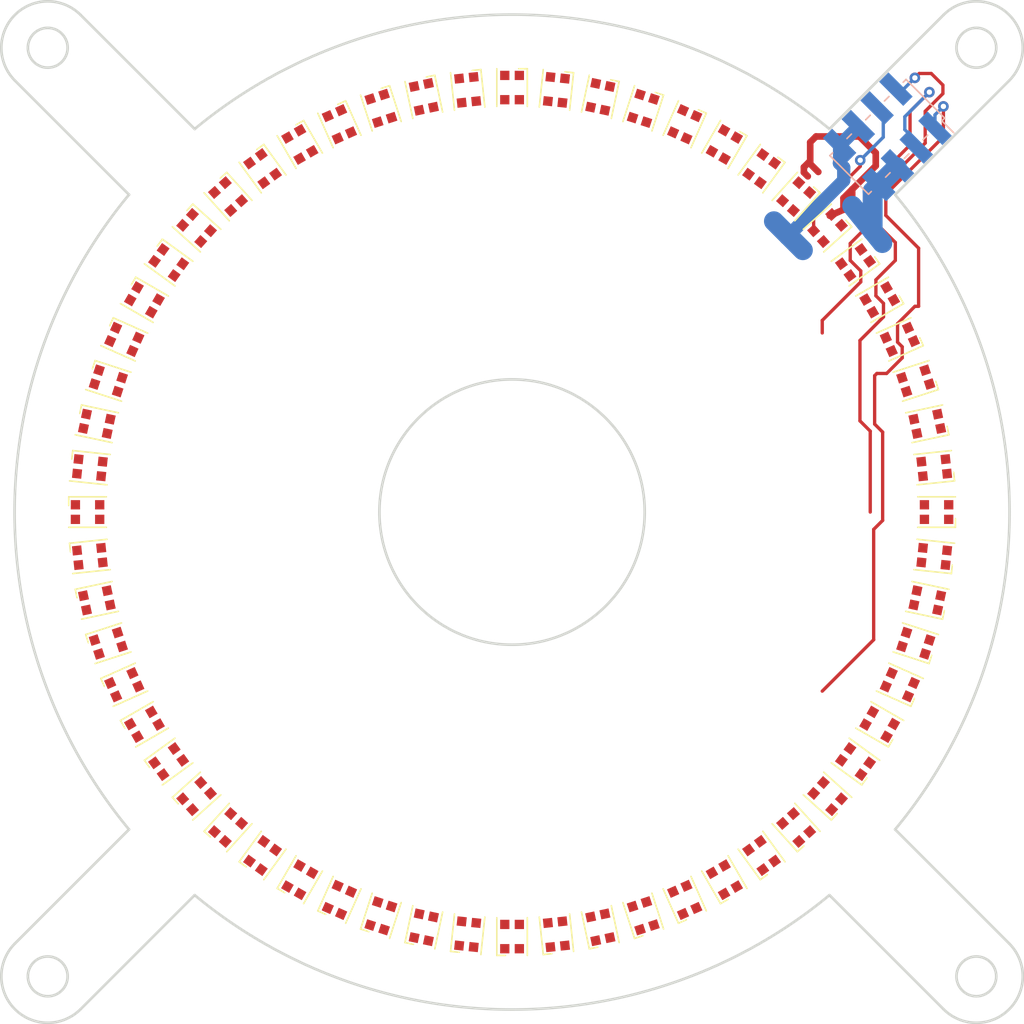
<source format=kicad_pcb>
(kicad_pcb (version 20211014) (generator pcbnew)
  (title_block (title "Knobby Coil PCB 8 Layer") (date "2023-02-03") (rev "2.0"))
  (layers (0 "F.Cu" signal) (31 "B.Cu" signal) (34 "B.Paste" user) (35 "F.Paste" user) (36 "B.SilkS" user "B.Silkscreen") (37 "F.SilkS" user "F.Silkscreen") (38 "B.Mask" user) (39 "F.Mask" user) (44 "Edge.Cuts" user))
  (net 0 "")
  (net 1 "coils")
  (net 2 "GND")
  (net 3 "V+")
  (net 4 "LED_IO_58")
  (footprint "LED_SMD:LED_WS2812B-2020_PLCC4_2.0x2.0mm" (layer "F.Cu") (at 180.433809 90.111456 -162)
    (fp_text reference "REF**33" hide)
    (fp_text value "LED_WS2812B-2020_PLCC4_2.0x2.0mm" hide)
  )
  (footprint "LED_SMD:LED_WS2812B-2020_PLCC4_2.0x2.0mm" (layer "F.Cu") (at 171.412179 123.780634 132)
    (fp_text reference "REF**22" hide)
    (fp_text value "LED_WS2812B-2020_PLCC4_2.0x2.0mm" hide)
  )
  (footprint "LED_SMD:LED_WS2812B-2020_PLCC4_2.0x2.0mm" (layer "F.Cu") (at 182 100 180)
    (fp_text reference "REF**30" hide)
    (fp_text value "LED_WS2812B-2020_PLCC4_2.0x2.0mm" hide)
  )
  (footprint "LED_SMD:LED_WS2812B-2020_PLCC4_2.0x2.0mm" (layer "F.Cu") (at 143.346826 68.699277 -78)
    (fp_text reference "REF**47" hide)
    (fp_text value "LED_WS2812B-2020_PLCC4_2.0x2.0mm" hide)
  )
  (footprint "LED_SMD:LED_WS2812B-2020_PLCC4_2.0x2.0mm" (layer "F.Cu") (at 118.175299 96.655089 -6)
    (fp_text reference "REF**59" hide)
    (fp_text value "LED_WS2812B-2020_PLCC4_2.0x2.0mm" hide)
  )
  (footprint "LED_SMD:LED_WS2812B-2020_PLCC4_2.0x2.0mm" (layer "F.Cu") (at 163.015573 70.766545 -114)
    (fp_text reference "REF**41" hide)
    (fp_text value "LED_WS2812B-2020_PLCC4_2.0x2.0mm" hide)
  )
  (footprint "LED_SMD:LED_WS2812B-2020_PLCC4_2.0x2.0mm" (layer "F.Cu") (at 168.809128 125.888544 126)
    (fp_text reference "REF**21" hide)
    (fp_text value "LED_WS2812B-2020_PLCC4_2.0x2.0mm" hide)
  )
  (footprint "LED_SMD:LED_WS2812B-2020_PLCC4_2.0x2.0mm" (layer "F.Cu") (at 150 132 90)
    (fp_text reference "REF**15" hide)
    (fp_text value "LED_WS2812B-2020_PLCC4_2.0x2.0mm" hide)
  )
  (footprint "LED_SMD:LED_WS2812B-2020_PLCC4_2.0x2.0mm" (layer "F.Cu") (at 120.766545 113.015573 24)
    (fp_text reference "REF**4" hide)
    (fp_text value "LED_WS2812B-2020_PLCC4_2.0x2.0mm" hide)
  )
  (footprint "LED_SMD:LED_WS2812B-2020_PLCC4_2.0x2.0mm" (layer "F.Cu") (at 163.015573 129.233455 114)
    (fp_text reference "REF**19" hide)
    (fp_text value "LED_WS2812B-2020_PLCC4_2.0x2.0mm" hide)
  )
  (footprint "LED_SMD:LED_WS2812B-2020_PLCC4_2.0x2.0mm" (layer "F.Cu") (at 181.824701 96.655089 -174)
    (fp_text reference "REF**31" hide)
    (fp_text value "LED_WS2812B-2020_PLCC4_2.0x2.0mm" hide)
  )
  (footprint "LED_SMD:LED_WS2812B-2020_PLCC4_2.0x2.0mm" (layer "F.Cu") (at 150 68 -90)
    (fp_text reference "REF**45" hide)
    (fp_text value "LED_WS2812B-2020_PLCC4_2.0x2.0mm" hide)
  )
  (footprint "LED_SMD:LED_WS2812B-2020_PLCC4_2.0x2.0mm" (layer "F.Cu") (at 126.219366 121.412179 42)
    (fp_text reference "REF**7" hide)
    (fp_text value "LED_WS2812B-2020_PLCC4_2.0x2.0mm" hide)
  )
  (footprint "LED_SMD:LED_WS2812B-2020_PLCC4_2.0x2.0mm" (layer "F.Cu") (at 143.346826 131.300723 78)
    (fp_text reference "REF**13" hide)
    (fp_text value "LED_WS2812B-2020_PLCC4_2.0x2.0mm" hide)
  )
  (footprint "LED_SMD:LED_WS2812B-2020_PLCC4_2.0x2.0mm" (layer "F.Cu") (at 181.300723 106.653174 168)
    (fp_text reference "REF**28" hide)
    (fp_text value "LED_WS2812B-2020_PLCC4_2.0x2.0mm" hide)
  )
  (footprint "LED_SMD:LED_WS2812B-2020_PLCC4_2.0x2.0mm" (layer "F.Cu") (at 118.699277 106.653174 12)
    (fp_text reference "REF**2" hide)
    (fp_text value "LED_WS2812B-2020_PLCC4_2.0x2.0mm" hide)
  )
  (footprint "LED_SMD:LED_WS2812B-2020_PLCC4_2.0x2.0mm" (layer "F.Cu") (at 181.824701 103.344911 174)
    (fp_text reference "REF**29" hide)
    (fp_text value "LED_WS2812B-2020_PLCC4_2.0x2.0mm" hide)
  )
  (footprint "LED_SMD:LED_WS2812B-2020_PLCC4_2.0x2.0mm" (layer "F.Cu") (at 134 127.712813 60)
    (fp_text reference "REF**10" hide)
    (fp_text value "LED_WS2812B-2020_PLCC4_2.0x2.0mm" hide)
  )
  (footprint "LED_SMD:LED_WS2812B-2020_PLCC4_2.0x2.0mm" (layer "F.Cu") (at 122.287187 116 30)
    (fp_text reference "REF**5" hide)
    (fp_text value "LED_WS2812B-2020_PLCC4_2.0x2.0mm" hide)
  )
  (footprint "LED_SMD:LED_WS2812B-2020_PLCC4_2.0x2.0mm" (layer "F.Cu") (at 153.344911 68.175299 -96)
    (fp_text reference "REF**44" hide)
    (fp_text value "LED_WS2812B-2020_PLCC4_2.0x2.0mm" hide)
  )
  (footprint "LED_SMD:LED_WS2812B-2020_PLCC4_2.0x2.0mm" (layer "F.Cu") (at 153.344911 131.824701 96)
    (fp_text reference "REF**16" hide)
    (fp_text value "LED_WS2812B-2020_PLCC4_2.0x2.0mm" hide)
  )
  (footprint "LED_SMD:LED_WS2812B-2020_PLCC4_2.0x2.0mm" (layer "F.Cu") (at 128.587821 123.780634 48)
    (fp_text reference "REF**8" hide)
    (fp_text value "LED_WS2812B-2020_PLCC4_2.0x2.0mm" hide)
  )
  (footprint "LED_SMD:LED_WS2812B-2020_PLCC4_2.0x2.0mm" (layer "F.Cu") (at 146.655089 131.824701 84)
    (fp_text reference "REF**14" hide)
    (fp_text value "LED_WS2812B-2020_PLCC4_2.0x2.0mm" hide)
  )
  (footprint "LED_SMD:LED_WS2812B-2020_PLCC4_2.0x2.0mm" (layer "F.Cu") (at 140.111456 130.433809 72)
    (fp_text reference "REF**12" hide)
    (fp_text value "LED_WS2812B-2020_PLCC4_2.0x2.0mm" hide)
  )
  (footprint "LED_SMD:LED_WS2812B-2020_PLCC4_2.0x2.0mm" (layer "F.Cu") (at 119.566191 90.111456 -18)
    (fp_text reference "REF**57" hide)
    (fp_text value "LED_WS2812B-2020_PLCC4_2.0x2.0mm" hide)
  )
  (footprint "LED_SMD:LED_WS2812B-2020_PLCC4_2.0x2.0mm" (layer "F.Cu") (at 136.984427 129.233455 66)
    (fp_text reference "REF**11" hide)
    (fp_text value "LED_WS2812B-2020_PLCC4_2.0x2.0mm" hide)
  )
  (footprint "LED_SMD:LED_WS2812B-2020_PLCC4_2.0x2.0mm" (layer "F.Cu") (at 124.111456 81.190872 -36)
    (fp_text reference "REF**54" hide)
    (fp_text value "LED_WS2812B-2020_PLCC4_2.0x2.0mm" hide)
  )
  (footprint "LED_SMD:LED_WS2812B-2020_PLCC4_2.0x2.0mm" (layer "F.Cu") (at 140.111456 69.566191 -72)
    (fp_text reference "REF**48" hide)
    (fp_text value "LED_WS2812B-2020_PLCC4_2.0x2.0mm" hide)
  )
  (footprint "LED_SMD:LED_WS2812B-2020_PLCC4_2.0x2.0mm" (layer "F.Cu") (at 126.219366 78.587821 -42)
    (fp_text reference "REF**53" hide)
    (fp_text value "LED_WS2812B-2020_PLCC4_2.0x2.0mm" hide)
  )
  (footprint "LED_SMD:LED_WS2812B-2020_PLCC4_2.0x2.0mm" (layer "F.Cu") (at 179.233455 86.984427 -156)
    (fp_text reference "REF**34" hide)
    (fp_text value "LED_WS2812B-2020_PLCC4_2.0x2.0mm" hide)
  )
  (footprint "LED_SMD:LED_WS2812B-2020_PLCC4_2.0x2.0mm" (layer "F.Cu") (at 136.984427 70.766545 -66)
    (fp_text reference "REF**49" hide)
    (fp_text value "LED_WS2812B-2020_PLCC4_2.0x2.0mm" hide)
  )
  (footprint "LED_SMD:LED_WS2812B-2020_PLCC4_2.0x2.0mm" (layer "F.Cu") (at 179.233455 113.015573 156)
    (fp_text reference "REF**26" hide)
    (fp_text value "LED_WS2812B-2020_PLCC4_2.0x2.0mm" hide)
  )
  (footprint "LED_SMD:LED_WS2812B-2020_PLCC4_2.0x2.0mm" (layer "F.Cu") (at 134 72.287187 -60)
    (fp_text reference "REF**50" hide)
    (fp_text value "LED_WS2812B-2020_PLCC4_2.0x2.0mm" hide)
  )
  (footprint "LED_SMD:LED_WS2812B-2020_PLCC4_2.0x2.0mm" (layer "F.Cu") (at 173.780634 78.587821 -138)
    (fp_text reference "REF**37" hide)
    (fp_text value "LED_WS2812B-2020_PLCC4_2.0x2.0mm" hide)
  )
  (footprint "LED_SMD:LED_WS2812B-2020_PLCC4_2.0x2.0mm" (layer "F.Cu") (at 168.809128 74.111456 -126)
    (fp_text reference "REF**39" hide)
    (fp_text value "LED_WS2812B-2020_PLCC4_2.0x2.0mm" hide)
  )
  (footprint "LED_SMD:LED_WS2812B-2020_PLCC4_2.0x2.0mm" (layer "F.Cu") (at 177.712813 84 -150)
    (fp_text reference "REF**35" hide)
    (fp_text value "LED_WS2812B-2020_PLCC4_2.0x2.0mm" hide)
  )
  (footprint "LED_SMD:LED_WS2812B-2020_PLCC4_2.0x2.0mm" (layer "F.Cu") (at 177.712813 116 150)
    (fp_text reference "REF**25" hide)
    (fp_text value "LED_WS2812B-2020_PLCC4_2.0x2.0mm" hide)
  )
  (footprint "LED_SMD:LED_WS2812B-2020_PLCC4_2.0x2.0mm" (layer "F.Cu") (at 146.655089 68.175299 -84)
    (fp_text reference "REF**46" hide)
    (fp_text value "LED_WS2812B-2020_PLCC4_2.0x2.0mm" hide)
  )
  (footprint "LED_SMD:LED_WS2812B-2020_PLCC4_2.0x2.0mm" (layer "F.Cu") (at 159.888544 130.433809 108)
    (fp_text reference "REF**18" hide)
    (fp_text value "LED_WS2812B-2020_PLCC4_2.0x2.0mm" hide)
  )
  (footprint "LED_SMD:LED_WS2812B-2020_PLCC4_2.0x2.0mm" (layer "F.Cu") (at 120.766545 86.984427 -24)
    (fp_text reference "REF**56" hide)
    (fp_text value "LED_WS2812B-2020_PLCC4_2.0x2.0mm" hide)
  )
  (footprint "LED_SMD:LED_WS2812B-2020_PLCC4_2.0x2.0mm" (layer "F.Cu") (at 171.412179 76.219366 -132)
    (fp_text reference "REF**38" hide)
    (fp_text value "LED_WS2812B-2020_PLCC4_2.0x2.0mm" hide)
  )
  (footprint "LED_SMD:LED_WS2812B-2020_PLCC4_2.0x2.0mm" (layer "F.Cu") (at 131.190872 74.111456 -54)
    (fp_text reference "REF**51" hide)
    (fp_text value "LED_WS2812B-2020_PLCC4_2.0x2.0mm" hide)
  )
  (footprint "LED_SMD:LED_WS2812B-2020_PLCC4_2.0x2.0mm" (layer "F.Cu") (at 156.653174 68.699277 -102)
    (fp_text reference "REF**43" hide)
    (fp_text value "LED_WS2812B-2020_PLCC4_2.0x2.0mm" hide)
  )
  (footprint "LED_SMD:LED_WS2812B-2020_PLCC4_2.0x2.0mm" (layer "F.Cu") (at 173.780634 121.412179 138)
    (fp_text reference "REF**23" hide)
    (fp_text value "LED_WS2812B-2020_PLCC4_2.0x2.0mm" hide)
  )
  (footprint "LED_SMD:LED_WS2812B-2020_PLCC4_2.0x2.0mm" (layer "F.Cu") (at 180.433809 109.888544 162)
    (fp_text reference "REF**27" hide)
    (fp_text value "LED_WS2812B-2020_PLCC4_2.0x2.0mm" hide)
  )
  (footprint "LED_SMD:LED_WS2812B-2020_PLCC4_2.0x2.0mm" (layer "F.Cu") (at 118.175299 103.344911 6)
    (fp_text reference "REF**1" hide)
    (fp_text value "LED_WS2812B-2020_PLCC4_2.0x2.0mm" hide)
  )
  (footprint "LED_SMD:LED_WS2812B-2020_PLCC4_2.0x2.0mm" (layer "F.Cu") (at 166 72.287187 -120)
    (fp_text reference "REF**40" hide)
    (fp_text value "LED_WS2812B-2020_PLCC4_2.0x2.0mm" hide)
  )
  (footprint "LED_SMD:LED_WS2812B-2020_PLCC4_2.0x2.0mm" (layer "F.Cu") (at 166 127.712813 120)
    (fp_text reference "REF**20" hide)
    (fp_text value "LED_WS2812B-2020_PLCC4_2.0x2.0mm" hide)
  )
  (footprint "LED_SMD:LED_WS2812B-2020_PLCC4_2.0x2.0mm" (layer "F.Cu") (at 118 100)
    (fp_text reference "REF**" hide)
    (fp_text value "LED_WS2812B-2020_PLCC4_2.0x2.0mm" hide)
  )
  (footprint "LED_SMD:LED_WS2812B-2020_PLCC4_2.0x2.0mm" (layer "F.Cu") (at 175.888544 81.190872 -144)
    (fp_text reference "REF**36" hide)
    (fp_text value "LED_WS2812B-2020_PLCC4_2.0x2.0mm" hide)
  )
  (footprint "LED_SMD:LED_WS2812B-2020_PLCC4_2.0x2.0mm" (layer "F.Cu") (at 128.587821 76.219366 -48)
    (fp_text reference "REF**52" hide)
    (fp_text value "LED_WS2812B-2020_PLCC4_2.0x2.0mm" hide)
  )
  (footprint "LED_SMD:LED_WS2812B-2020_PLCC4_2.0x2.0mm" (layer "F.Cu") (at 159.888544 69.566191 -108)
    (fp_text reference "REF**42" hide)
    (fp_text value "LED_WS2812B-2020_PLCC4_2.0x2.0mm" hide)
  )
  (footprint "LED_SMD:LED_WS2812B-2020_PLCC4_2.0x2.0mm" (layer "F.Cu") (at 119.566191 109.888544 18)
    (fp_text reference "REF**3" hide)
    (fp_text value "LED_WS2812B-2020_PLCC4_2.0x2.0mm" hide)
  )
  (footprint "LED_SMD:LED_WS2812B-2020_PLCC4_2.0x2.0mm" (layer "F.Cu") (at 122.287187 84 -30)
    (fp_text reference "REF**55" hide)
    (fp_text value "LED_WS2812B-2020_PLCC4_2.0x2.0mm" hide)
  )
  (footprint "LED_SMD:LED_WS2812B-2020_PLCC4_2.0x2.0mm" (layer "F.Cu") (at 124.111456 118.809128 36)
    (fp_text reference "REF**6" hide)
    (fp_text value "LED_WS2812B-2020_PLCC4_2.0x2.0mm" hide)
  )
  (footprint "LED_SMD:LED_WS2812B-2020_PLCC4_2.0x2.0mm" (layer "F.Cu") (at 118.699277 93.346826 -12)
    (fp_text reference "REF**58" hide)
    (fp_text value "LED_WS2812B-2020_PLCC4_2.0x2.0mm" hide)
  )
  (footprint "LED_SMD:LED_WS2812B-2020_PLCC4_2.0x2.0mm" (layer "F.Cu") (at 131.190872 125.888544 54)
    (fp_text reference "REF**9" hide)
    (fp_text value "LED_WS2812B-2020_PLCC4_2.0x2.0mm" hide)
  )
  (footprint "LED_SMD:LED_WS2812B-2020_PLCC4_2.0x2.0mm" (layer "F.Cu") (at 175.888544 118.809128 144)
    (fp_text reference "REF**24" hide)
    (fp_text value "LED_WS2812B-2020_PLCC4_2.0x2.0mm" hide)
  )
  (footprint "LED_SMD:LED_WS2812B-2020_PLCC4_2.0x2.0mm" (layer "F.Cu") (at 156.653174 131.300723 102)
    (fp_text reference "REF**17" hide)
    (fp_text value "LED_WS2812B-2020_PLCC4_2.0x2.0mm" hide)
  )
  (footprint "LED_SMD:LED_WS2812B-2020_PLCC4_2.0x2.0mm" (layer "F.Cu") (at 181.300723 93.346826 -168)
    (fp_text reference "REF**32" hide)
    (fp_text value "LED_WS2812B-2020_PLCC4_2.0x2.0mm" hide)
  )
  (footprint "Connector_PinHeader_2.00mm:PinHeader_2x04_P2.00mm_Vertical_SMD" (layer "B.Cu") (at 178.284 71.716 135)
    (fp_text reference "REF**" hide)
    (fp_text value "PinHeader_2x04_P2.00mm_Vertical_SMD" hide)
  )
  (gr_line (start 178.875631 76.074116) (end 187.474874 67.474874) (layer "Edge.Cuts") (width 0.2))
  (gr_line (start 187.474874 132.525126) (end 178.875631 123.925884) (layer "Edge.Cuts") (width 0.2))
  (gr_arc (start 173.925884 128.875631) (mid 150 137.5) (end 126.074116 128.875631) (layer "Edge.Cuts") (width 0.2))
  (gr_poly (pts (xy 160 100) (xy 159.998476 100.174524) (xy 159.993908 100.348994) (xy 159.986295 100.523359) (xy 159.97564 100.697564) (xy 159.961946 100.871557) (xy 159.945218 101.045284) (xy 159.925461 101.218693) (xy 159.90268 101.391731) (xy 159.876883 101.564344) (xy 159.848077 101.736481) (xy 159.816271 101.908089) (xy 159.781476 102.079116) (xy 159.7437 102.24951) (xy 159.702957 102.419218) (xy 159.659258 102.58819) (xy 159.612616 102.756373) (xy 159.563047 102.923717) (xy 159.510565 103.090169) (xy 159.455185 103.255681) (xy 159.396926 103.420201) (xy 159.335804 103.583679) (xy 159.271838 103.746065) (xy 159.205048 103.907311) (xy 159.135454 104.067366) (xy 159.063077 104.226182) (xy 158.98794 104.383711) (xy 158.910065 104.539904) (xy 158.829475 104.694715) (xy 158.746197 104.848096) (xy 158.660254 105) (xy 158.571673 105.15038) (xy 158.48048 105.299192) (xy 158.386705 105.44639) (xy 158.290375 105.591929) (xy 158.19152 105.735764) (xy 158.090169 105.877852) (xy 157.986355 106.01815) (xy 157.880107 106.156614) (xy 157.771459 106.293203) (xy 157.660444 106.427876) (xy 157.547095 106.56059) (xy 157.431448 106.691306) (xy 157.313537 106.819983) (xy 157.193398 106.946583) (xy 157.071067 107.071067) (xy 156.946583 107.193398) (xy 156.819983 107.313537) (xy 156.691306 107.431448) (xy 156.56059 107.547095) (xy 156.427876 107.660444) (xy 156.293203 107.771459) (xy 156.156614 107.880107) (xy 156.01815 107.986355) (xy 155.877852 108.090169) (xy 155.735764 108.19152) (xy 155.591929 108.290375) (xy 155.44639 108.386705) (xy 155.299192 108.48048) (xy 155.15038 108.571673) (xy 155 108.660254) (xy 154.848096 108.746197) (xy 154.694715 108.829475) (xy 154.539904 108.910065) (xy 154.383711 108.98794) (xy 154.226182 109.063077) (xy 154.067366 109.135454) (xy 153.907311 109.205048) (xy 153.746065 109.271838) (xy 153.583679 109.335804) (xy 153.420201 109.396926) (xy 153.255681 109.455185) (xy 153.090169 109.510565) (xy 152.923717 109.563047) (xy 152.756373 109.612616) (xy 152.58819 109.659258) (xy 152.419218 109.702957) (xy 152.24951 109.7437) (xy 152.079116 109.781476) (xy 151.908089 109.816271) (xy 151.736481 109.848077) (xy 151.564344 109.876883) (xy 151.391731 109.90268) (xy 151.218693 109.925461) (xy 151.045284 109.945218) (xy 150.871557 109.961946) (xy 150.697564 109.97564) (xy 150.523359 109.986295) (xy 150.348994 109.993908) (xy 150.174524 109.998476) (xy 150 110) (xy 149.825475 109.998476) (xy 149.651005 109.993908) (xy 149.47664 109.986295) (xy 149.302435 109.97564) (xy 149.128442 109.961946) (xy 148.954715 109.945218) (xy 148.781306 109.925461) (xy 148.608268 109.90268) (xy 148.435655 109.876883) (xy 148.263518 109.848077) (xy 148.09191 109.816271) (xy 147.920883 109.781476) (xy 147.750489 109.7437) (xy 147.580781 109.702957) (xy 147.411809 109.659258) (xy 147.243626 109.612616) (xy 147.076282 109.563047) (xy 146.90983 109.510565) (xy 146.744318 109.455185) (xy 146.579798 109.396926) (xy 146.41632 109.335804) (xy 146.253934 109.271838) (xy 146.092688 109.205048) (xy 145.932633 109.135454) (xy 145.773817 109.063077) (xy 145.616288 108.98794) (xy 145.460095 108.910065) (xy 145.305284 108.829475) (xy 145.151903 108.746197) (xy 145 108.660254) (xy 144.849619 108.571673) (xy 144.700807 108.48048) (xy 144.553609 108.386705) (xy 144.40807 108.290375) (xy 144.264235 108.19152) (xy 144.122147 108.090169) (xy 143.981849 107.986355) (xy 143.843385 107.880107) (xy 143.706796 107.771459) (xy 143.572123 107.660444) (xy 143.439409 107.547095) (xy 143.308693 107.431448) (xy 143.180016 107.313537) (xy 143.053416 107.193398) (xy 142.928932 107.071067) (xy 142.806601 106.946583) (xy 142.686462 106.819983) (xy 142.568551 106.691306) (xy 142.452904 106.56059) (xy 142.339555 106.427876) (xy 142.22854 106.293203) (xy 142.119892 106.156614) (xy 142.013644 106.01815) (xy 141.90983 105.877852) (xy 141.808479 105.735764) (xy 141.709624 105.591929) (xy 141.613294 105.44639) (xy 141.519519 105.299192) (xy 141.428326 105.15038) (xy 141.339745 105) (xy 141.253802 104.848096) (xy 141.170524 104.694715) (xy 141.089934 104.539904) (xy 141.012059 104.383711) (xy 140.936922 104.226182) (xy 140.864545 104.067366) (xy 140.794951 103.907311) (xy 140.728161 103.746065) (xy 140.664195 103.583679) (xy 140.603073 103.420201) (xy 140.544814 103.255681) (xy 140.489434 103.090169) (xy 140.436952 102.923717) (xy 140.387383 102.756373) (xy 140.340741 102.58819) (xy 140.297042 102.419218) (xy 140.256299 102.24951) (xy 140.218523 102.079116) (xy 140.183728 101.908089) (xy 140.151922 101.736481) (xy 140.123116 101.564344) (xy 140.097319 101.391731) (xy 140.074538 101.218693) (xy 140.054781 101.045284) (xy 140.038053 100.871557) (xy 140.024359 100.697564) (xy 140.013704 100.523359) (xy 140.006091 100.348994) (xy 140.001523 100.174524) (xy 140 100) (xy 140.001523 99.825475) (xy 140.006091 99.651005) (xy 140.013704 99.47664) (xy 140.024359 99.302435) (xy 140.038053 99.128442) (xy 140.054781 98.954715) (xy 140.074538 98.781306) (xy 140.097319 98.608268) (xy 140.123116 98.435655) (xy 140.151922 98.263518) (xy 140.183728 98.09191) (xy 140.218523 97.920883) (xy 140.256299 97.750489) (xy 140.297042 97.580781) (xy 140.340741 97.411809) (xy 140.387383 97.243626) (xy 140.436952 97.076282) (xy 140.489434 96.90983) (xy 140.544814 96.744318) (xy 140.603073 96.579798) (xy 140.664195 96.41632) (xy 140.728161 96.253934) (xy 140.794951 96.092688) (xy 140.864545 95.932633) (xy 140.936922 95.773817) (xy 141.012059 95.616288) (xy 141.089934 95.460095) (xy 141.170524 95.305284) (xy 141.253802 95.151903) (xy 141.339745 95) (xy 141.428326 94.849619) (xy 141.519519 94.700807) (xy 141.613294 94.553609) (xy 141.709624 94.40807) (xy 141.808479 94.264235) (xy 141.90983 94.122147) (xy 142.013644 93.981849) (xy 142.119892 93.843385) (xy 142.22854 93.706796) (xy 142.339555 93.572123) (xy 142.452904 93.439409) (xy 142.568551 93.308693) (xy 142.686462 93.180016) (xy 142.806601 93.053416) (xy 142.928932 92.928932) (xy 143.053416 92.806601) (xy 143.180016 92.686462) (xy 143.308693 92.568551) (xy 143.439409 92.452904) (xy 143.572123 92.339555) (xy 143.706796 92.22854) (xy 143.843385 92.119892) (xy 143.981849 92.013644) (xy 144.122147 91.90983) (xy 144.264235 91.808479) (xy 144.40807 91.709624) (xy 144.553609 91.613294) (xy 144.700807 91.519519) (xy 144.849619 91.428326) (xy 145 91.339745) (xy 145.151903 91.253802) (xy 145.305284 91.170524) (xy 145.460095 91.089934) (xy 145.616288 91.012059) (xy 145.773817 90.936922) (xy 145.932633 90.864545) (xy 146.092688 90.794951) (xy 146.253934 90.728161) (xy 146.41632 90.664195) (xy 146.579798 90.603073) (xy 146.744318 90.544814) (xy 146.90983 90.489434) (xy 147.076282 90.436952) (xy 147.243626 90.387383) (xy 147.411809 90.340741) (xy 147.580781 90.297042) (xy 147.750489 90.256299) (xy 147.920883 90.218523) (xy 148.09191 90.183728) (xy 148.263518 90.151922) (xy 148.435655 90.123116) (xy 148.608268 90.097319) (xy 148.781306 90.074538) (xy 148.954715 90.054781) (xy 149.128442 90.038053) (xy 149.302435 90.024359) (xy 149.47664 90.013704) (xy 149.651005 90.006091) (xy 149.825475 90.001523) (xy 150 90) (xy 150.174524 90.001523) (xy 150.348994 90.006091) (xy 150.523359 90.013704) (xy 150.697564 90.024359) (xy 150.871557 90.038053) (xy 151.045284 90.054781) (xy 151.218693 90.074538) (xy 151.391731 90.097319) (xy 151.564344 90.123116) (xy 151.736481 90.151922) (xy 151.908089 90.183728) (xy 152.079116 90.218523) (xy 152.24951 90.256299) (xy 152.419218 90.297042) (xy 152.58819 90.340741) (xy 152.756373 90.387383) (xy 152.923717 90.436952) (xy 153.090169 90.489434) (xy 153.255681 90.544814) (xy 153.420201 90.603073) (xy 153.583679 90.664195) (xy 153.746065 90.728161) (xy 153.907311 90.794951) (xy 154.067366 90.864545) (xy 154.226182 90.936922) (xy 154.383711 91.012059) (xy 154.539904 91.089934) (xy 154.694715 91.170524) (xy 154.848096 91.253802) (xy 155 91.339745) (xy 155.15038 91.428326) (xy 155.299192 91.519519) (xy 155.44639 91.613294) (xy 155.591929 91.709624) (xy 155.735764 91.808479) (xy 155.877852 91.90983) (xy 156.01815 92.013644) (xy 156.156614 92.119892) (xy 156.293203 92.22854) (xy 156.427876 92.339555) (xy 156.56059 92.452904) (xy 156.691306 92.568551) (xy 156.819983 92.686462) (xy 156.946583 92.806601) (xy 157.071067 92.928932) (xy 157.193398 93.053416) (xy 157.313537 93.180016) (xy 157.431448 93.308693) (xy 157.547095 93.439409) (xy 157.660444 93.572123) (xy 157.771459 93.706796) (xy 157.880107 93.843385) (xy 157.986355 93.981849) (xy 158.090169 94.122147) (xy 158.19152 94.264235) (xy 158.290375 94.40807) (xy 158.386705 94.553609) (xy 158.48048 94.700807) (xy 158.571673 94.849619) (xy 158.660254 95) (xy 158.746197 95.151903) (xy 158.829475 95.305284) (xy 158.910065 95.460095) (xy 158.98794 95.616288) (xy 159.063077 95.773817) (xy 159.135454 95.932633) (xy 159.205048 96.092688) (xy 159.271838 96.253934) (xy 159.335804 96.41632) (xy 159.396926 96.579798) (xy 159.455185 96.744318) (xy 159.510565 96.90983) (xy 159.563047 97.076282) (xy 159.612616 97.243626) (xy 159.659258 97.411809) (xy 159.702957 97.580781) (xy 159.7437 97.750489) (xy 159.781476 97.920883) (xy 159.816271 98.09191) (xy 159.848077 98.263518) (xy 159.876883 98.435655) (xy 159.90268 98.608268) (xy 159.925461 98.781306) (xy 159.945218 98.954715) (xy 159.961946 99.128442) (xy 159.97564 99.302435) (xy 159.986295 99.47664) (xy 159.993908 99.651005) (xy 159.998476 99.825475) (xy 160 100)) (layer "Edge.Cuts") (width 0.1) (fill none))
  (gr_circle (center 115 65) (end 116.5 65) (layer "Edge.Cuts") (width 0.2) (fill none))
  (gr_circle (center 115 135) (end 116.5 135) (layer "Edge.Cuts") (width 0.2) (fill none))
  (gr_arc (start 182.525126 62.525126) (mid 187.474874 62.525126) (end 187.474874 67.474874) (layer "Edge.Cuts") (width 0.2))
  (gr_arc (start 178.875631 76.074116) (mid 187.5 100) (end 178.875631 123.925884) (layer "Edge.Cuts") (width 0.2))
  (gr_arc (start 187.474874 132.525126) (mid 187.474874 137.474874) (end 182.525126 137.474874) (layer "Edge.Cuts") (width 0.2))
  (gr_line (start 182.525126 62.525126) (end 173.925884 71.124369) (layer "Edge.Cuts") (width 0.2))
  (gr_line (start 117.474874 137.474874) (end 126.074116 128.875631) (layer "Edge.Cuts") (width 0.2))
  (gr_arc (start 112.525126 67.474874) (mid 112.525126 62.525126) (end 117.474874 62.525126) (layer "Edge.Cuts") (width 0.2))
  (gr_arc (start 126.074116 71.124369) (mid 150 62.5) (end 173.925884 71.124369) (layer "Edge.Cuts") (width 0.2))
  (gr_arc (start 117.474874 137.474874) (mid 112.525126 137.474874) (end 112.525126 132.525126) (layer "Edge.Cuts") (width 0.2))
  (gr_line (start 121.124369 123.925884) (end 112.525126 132.525126) (layer "Edge.Cuts") (width 0.2))
  (gr_arc (start 121.124369 123.925884) (mid 112.5 100) (end 121.124369 76.074116) (layer "Edge.Cuts") (width 0.2))
  (gr_circle (center 185 135) (end 186.5 135) (layer "Edge.Cuts") (width 0.2) (fill none))
  (gr_line (start 173.925884 128.875631) (end 182.525126 137.474874) (layer "Edge.Cuts") (width 0.2))
  (gr_line (start 126.074116 71.124369) (end 117.474874 62.525126) (layer "Edge.Cuts") (width 0.2))
  (gr_circle (center 150 100) (end 160 100) (layer "Edge.Cuts") (width 0.2) (fill none))
  (gr_line (start 112.525126 67.474874) (end 121.124369 76.074116) (layer "Edge.Cuts") (width 0.2))
  (gr_circle (center 185 65) (end 186.5 65) (layer "Edge.Cuts") (width 0.2) (fill none))
  (segment (start 177.998509 85.290586) (end 176.224591 87.064504) (width 0.25) (layer "F.Cu") (net 1))
  (segment (start 180.364122 84.492233) (end 179.058545 85.79781) (width 0.25) (layer "F.Cu") (net 1))
  (segment (start 180.64518 84.492233) (end 180.364122 84.492233) (width 0.25) (layer "F.Cu") (net 1))
  (segment (start 177.258131 109.624554) (end 173.382685 113.5) (width 0.25) (layer "F.Cu") (net 1))
  (segment (start 179.397888 73.929388) (end 177.517454 75.809822) (width 0.25) (layer "F.Cu") (net 1))
  (segment (start 180 69.80457) (end 180 72.331085) (width 0.25) (layer "F.Cu") (net 1))
  (segment (start 176.285456 81.820795) (end 176.285456 82.651967) (width 0.25) (layer "F.Cu") (net 1))
  (segment (start 177.517454 75.809822) (end 177.517454 77.543194) (width 0.25) (layer "F.Cu") (net 1))
  (segment (start 181.143275 69.788456) (end 182.478171 68.45356) (width 0.25) (layer "F.Cu") (net 1))
  (segment (start 179.058545 85.79781) (end 179.058545 87.190943) (width 0.25) (layer "F.Cu") (net 1))
  (segment (start 177.934854 93.971411) (end 177.934854 100.63121) (width 0.25) (layer "F.Cu") (net 1))
  (segment (start 178.892197 81.029773) (end 177.427117 82.494853) (width 0.25) (layer "F.Cu") (net 1))
  (segment (start 176.224591 87.064504) (end 176.224591 93.125715) (width 0.25) (layer "F.Cu") (net 1))
  (segment (start 182.515088 71.70876) (end 178.174627 76.049221) (width 0.25) (layer "F.Cu") (net 1))
  (segment (start 177.497217 89.552882) (end 177.331167 89.718932) (width 0.25) (layer "F.Cu") (net 1))
  (segment (start 175.491632 79.75214) (end 175.491632 81.026971) (width 0.25) (layer "F.Cu") (net 1))
  (segment (start 178.174627 77.63844) (end 180.64518 80.108993) (width 0.25) (layer "F.Cu") (net 1))
  (segment (start 177.331167 89.718932) (end 177.331167 93.367723) (width 0.25) (layer "F.Cu") (net 1))
  (segment (start 177.934854 100.63121) (end 177.258131 101.307934) (width 0.25) (layer "F.Cu") (net 1))
  (segment (start 178.892197 79.677214) (end 178.892197 81.029773) (width 0.25) (layer "F.Cu") (net 1))
  (segment (start 178.505757 74.821519) (end 179.397888 73.929388) (width 0.25) (layer "F.Cu") (net 1))
  (segment (start 178.174627 76.049221) (end 178.174627 77.63844) (width 0.25) (layer "F.Cu") (net 1))
  (segment (start 181.459125 68.345445) (end 180 69.80457) (width 0.25) (layer "F.Cu") (net 1))
  (segment (start 177.427117 82.494853) (end 177.427117 83.697065) (width 0.25) (layer "F.Cu") (net 1))
  (segment (start 182.515088 69.421331) (end 182.515088 71.70876) (width 0.25) (layer "F.Cu") (net 1))
  (segment (start 176.903602 78.34017) (end 175.491632 79.75214) (width 0.25) (layer "F.Cu") (net 1))
  (segment (start 176.285456 82.651967) (end 173.382685 85.554738) (width 0.25) (layer "F.Cu") (net 1))
  (segment (start 177.517454 78.302471) (end 178.892197 79.677214) (width 0.25) (layer "F.Cu") (net 1))
  (segment (start 173.382685 85.554738) (end 173.382685 86.5) (width 0.25) (layer "F.Cu") (net 1))
  (segment (start 177.331167 93.367723) (end 177.934854 93.971411) (width 0.25) (layer "F.Cu") (net 1))
  (segment (start 180.693524 66.93935) (end 180.363315 67.269559) (width 0.25) (layer "F.Cu") (net 1))
  (segment (start 177.427117 83.697065) (end 177.998509 84.268457) (width 0.25) (layer "F.Cu") (net 1))
  (segment (start 179.058545 87.190943) (end 179.409903 87.542301) (width 0.25) (layer "F.Cu") (net 1))
  (segment (start 176.224591 93.125715) (end 177 93.901124) (width 0.25) (layer "F.Cu") (net 1))
  (segment (start 175.491632 81.026971) (end 176.285456 81.820795) (width 0.25) (layer "F.Cu") (net 1))
  (segment (start 177 93.901124) (end 177 100) (width 0.25) (layer "F.Cu") (net 1))
  (segment (start 178.234399 89.552882) (end 177.497217 89.552882) (width 0.25) (layer "F.Cu") (net 1))
  (segment (start 182.478171 67.815998) (end 181.601523 66.93935) (width 0.25) (layer "F.Cu") (net 1))
  (segment (start 180.64518 80.108993) (end 180.64518 84.492233) (width 0.25) (layer "F.Cu") (net 1))
  (segment (start 176.903602 75.427483) (end 176.903602 78.34017) (width 0.25) (layer "F.Cu") (net 1))
  (segment (start 181.143275 72.184001) (end 181.143275 69.788456) (width 0.25) (layer "F.Cu") (net 1))
  (segment (start 177.258131 101.307934) (end 177.258131 109.624554) (width 0.25) (layer "F.Cu") (net 1))
  (segment (start 179.409903 87.542301) (end 179.409903 88.377378) (width 0.25) (layer "F.Cu") (net 1))
  (segment (start 179.397888 73.929388) (end 181.143275 72.184001) (width 0.25) (layer "F.Cu") (net 1))
  (segment (start 181.601523 66.93935) (end 180.693524 66.93935) (width 0.25) (layer "F.Cu") (net 1))
  (segment (start 179.409903 88.377378) (end 178.234399 89.552882) (width 0.25) (layer "F.Cu") (net 1))
  (segment (start 182.478171 68.45356) (end 182.478171 67.815998) (width 0.25) (layer "F.Cu") (net 1))
  (segment (start 177.517454 77.543194) (end 177.517454 78.302471) (width 0.25) (layer "F.Cu") (net 1))
  (segment (start 177.998509 84.268457) (end 177.998509 85.290586) (width 0.25) (layer "F.Cu") (net 1))
  (segment (start 180 72.331085) (end 176.903602 75.427483) (width 0.25) (layer "F.Cu") (net 1))
  (via (at 181.459125 68.345445) (size 0.8) (drill 0.4) (layers "F.Cu" "B.Cu") (net 1))
  (via (at 182.515088 69.421331) (size 0.8) (drill 0.4) (layers "F.Cu" "B.Cu") (net 1))
  (via (at 180.363315 67.269559) (size 0.8) (drill 0.4) (layers "F.Cu" "B.Cu") (net 1))
  (segment (start 178.931003 68.120362) (end 179.512512 68.120362) (width 0.25) (layer "B.Cu") (net 1))
  (segment (start 179.60621 70.19836) (end 181.459125 68.345445) (width 0.25) (layer "B.Cu") (net 1))
  (segment (start 180 72.017787) (end 180 71.568417) (width 0.25) (layer "B.Cu") (net 1))
  (segment (start 179.60621 71.174627) (end 179.60621 70.19836) (width 0.25) (layer "B.Cu") (net 1))
  (segment (start 180 71.568417) (end 179.60621 71.174627) (width 0.25) (layer "B.Cu") (net 1))
  (segment (start 179.512512 68.120362) (end 180.363315 67.269559) (width 0.25) (layer "B.Cu") (net 1))
  (segment (start 181.879638 71.068997) (end 181.879638 70.056781) (width 0.25) (layer "B.Cu") (net 1))
  (segment (start 181.879638 70.056781) (end 182.515088 69.421331) (width 0.25) (layer "B.Cu") (net 1))
  (segment (start 180.465424 72.483211) (end 180 72.017787) (width 0.25) (layer "B.Cu") (net 1))
  (segment (start 172.474362 73.525638) (end 172 74) (width 0.5) (layer "F.Cu") (net 2))
  (segment (start 177.415468 72.923235) (end 176.180192 71.687959) (width 0.5) (layer "F.Cu") (net 2))
  (segment (start 174.983835 77.205928) (end 174.983835 76.331135) (width 0.5) (layer "F.Cu") (net 2))
  (segment (start 176.180192 71.687959) (end 172.912686 71.687959) (width 0.5) (layer "F.Cu") (net 2))
  (segment (start 173.951833 77.664553) (end 174.983835 77.205928) (width 0.5) (layer "F.Cu") (net 2))
  (segment (start 174.983835 77.205928) (end 175.638496 76.914994) (width 0.5) (layer "F.Cu") (net 2))
  (segment (start 172.474362 73.525638) (end 172.474362 73.75086) (width 0.5) (layer "F.Cu") (net 2))
  (segment (start 174.983835 76.331135) (end 175.657485 75.657485) (width 0.5) (layer "F.Cu") (net 2))
  (segment (start 177.415468 73.899502) (end 177.415468 72.923235) (width 0.5) (layer "F.Cu") (net 2))
  (segment (start 172.474362 72.126283) (end 172.474362 73.525638) (width 0.5) (layer "F.Cu") (net 2))
  (segment (start 175.638496 75.676474) (end 175.638496 76.914994) (width 0.5) (layer "F.Cu") (net 2))
  (segment (start 175.657485 75.657485) (end 175.638496 75.676474) (width 0.5) (layer "F.Cu") (net 2))
  (segment (start 172.912686 71.687959) (end 172.474362 72.126283) (width 0.5) (layer "F.Cu") (net 2))
  (segment (start 172.474362 73.75086) (end 173.085005 74.361503) (width 0.5) (layer "F.Cu") (net 2))
  (segment (start 172 74) (end 172 74.399065) (width 0.5) (layer "F.Cu") (net 2))
  (segment (start 172 74.399065) (end 172.29218 74.691245) (width 0.5) (layer "F.Cu") (net 2))
  (segment (start 175.657485 75.657485) (end 177.415468 73.899502) (width 0.5) (layer "F.Cu") (net 2))
  (segment (start 177.18063 78.81937) (end 177.911086 79.721408) (width 1.5) (layer "B.Cu") (net 2))
  (segment (start 177.18063 75.81937) (end 178 75) (width 1.5) (layer "B.Cu") (net 2))
  (segment (start 175.638496 76.914994) (end 177.18063 78.81937) (width 1.5) (layer "B.Cu") (net 2))
  (segment (start 178 75) (end 179 74) (width 1.5) (layer "B.Cu") (net 2))
  (segment (start 177.18063 78.81937) (end 177.18063 75.81937) (width 1.5) (layer "B.Cu") (net 2))
  (segment (start 170.831062 79.168938) (end 171.922772 80.260647) (width 1.5) (layer "B.Cu") (net 3))
  (segment (start 175 75) (end 175 74.026664) (width 1) (layer "B.Cu") (net 3))
  (segment (start 174.688362 72.363003) (end 176.102576 70.948789) (width 1) (layer "B.Cu") (net 3))
  (segment (start 169.739352 78.077227) (end 170.831062 79.168938) (width 1.5) (layer "B.Cu") (net 3))
  (segment (start 174.688362 73.69312) (end 174.688362 72.363003) (width 1) (layer "B.Cu") (net 3))
  (segment (start 174.677409 73.704073) (end 174.688362 73.69312) (width 1) (layer "B.Cu") (net 3))
  (segment (start 175 75) (end 170.831062 79.168938) (width 1) (layer "B.Cu") (net 3))
  (segment (start 175 74.026664) (end 174.677409 73.704073) (width 1) (layer "B.Cu") (net 3))
  (segment (start 176.245 73.478522) (end 176.245 73.940955) (width 0.25) (layer "F.Cu") (net 4))
  (segment (start 172.732635 77.45332) (end 172.732635 78.791346) (width 0.25) (layer "F.Cu") (net 4))
  (segment (start 176.245 73.940955) (end 172.732635 77.45332) (width 0.25) (layer "F.Cu") (net 4))
  (via (at 176.245 73.478522) (size 0.8) (drill 0.4) (layers "F.Cu" "B.Cu") (net 4))
  (segment (start 177.982213 71.741309) (end 177.982213 70) (width 0.25) (layer "B.Cu") (net 4))
  (segment (start 177.982213 70) (end 177.516789 69.534576) (width 0.25) (layer "B.Cu") (net 4))
  (segment (start 177.693297 69.711084) (end 177.711084 69.711084) (width 0.25) (layer "B.Cu") (net 4))
  (segment (start 177.516789 69.534576) (end 177.693297 69.711084) (width 0.25) (layer "B.Cu") (net 4))
  (segment (start 176.245 73.478522) (end 177.982213 71.741309) (width 0.25) (layer "B.Cu") (net 4))
)
</source>
